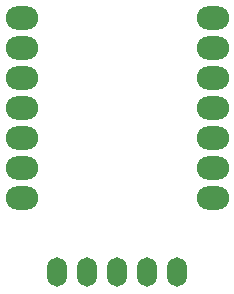
<source format=gbr>
%TF.GenerationSoftware,KiCad,Pcbnew,7.0.9*%
%TF.CreationDate,2023-12-16T17:23:44+09:00*%
%TF.ProjectId,LineIntegratedBoard,4c696e65-496e-4746-9567-726174656442,rev?*%
%TF.SameCoordinates,Original*%
%TF.FileFunction,Paste,Top*%
%TF.FilePolarity,Positive*%
%FSLAX46Y46*%
G04 Gerber Fmt 4.6, Leading zero omitted, Abs format (unit mm)*
G04 Created by KiCad (PCBNEW 7.0.9) date 2023-12-16 17:23:44*
%MOMM*%
%LPD*%
G01*
G04 APERTURE LIST*
%ADD10O,1.700000X2.500000*%
%ADD11O,2.748280X1.998980*%
G04 APERTURE END LIST*
D10*
%TO.C,J4*%
X157480000Y-100965000D03*
X154940000Y-100965000D03*
X152400000Y-100965000D03*
X149860000Y-100965000D03*
X147320000Y-100965000D03*
%TD*%
D11*
%TO.C,U2*%
X160479677Y-79477167D03*
X160479677Y-82017167D03*
X160479677Y-84557167D03*
X160479677Y-87097167D03*
X160479677Y-89637167D03*
X160479677Y-92177167D03*
X160479677Y-94717167D03*
X144315117Y-94717167D03*
X144315117Y-92177167D03*
X144315117Y-89637167D03*
X144315117Y-87097167D03*
X144315117Y-84557167D03*
X144315117Y-82017167D03*
X144315117Y-79477167D03*
%TD*%
M02*

</source>
